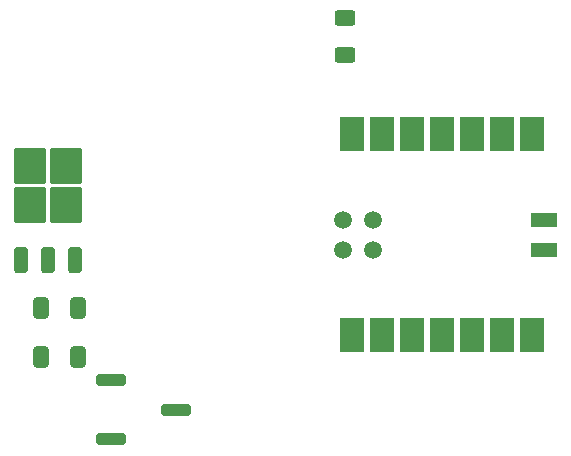
<source format=gtp>
%TF.GenerationSoftware,KiCad,Pcbnew,7.0.1*%
%TF.CreationDate,2023-05-06T14:01:27-04:00*%
%TF.ProjectId,digital_compass,64696769-7461-46c5-9f63-6f6d70617373,rev?*%
%TF.SameCoordinates,Original*%
%TF.FileFunction,Paste,Top*%
%TF.FilePolarity,Positive*%
%FSLAX46Y46*%
G04 Gerber Fmt 4.6, Leading zero omitted, Abs format (unit mm)*
G04 Created by KiCad (PCBNEW 7.0.1) date 2023-05-06 14:01:27*
%MOMM*%
%LPD*%
G01*
G04 APERTURE LIST*
G04 Aperture macros list*
%AMRoundRect*
0 Rectangle with rounded corners*
0 $1 Rounding radius*
0 $2 $3 $4 $5 $6 $7 $8 $9 X,Y pos of 4 corners*
0 Add a 4 corners polygon primitive as box body*
4,1,4,$2,$3,$4,$5,$6,$7,$8,$9,$2,$3,0*
0 Add four circle primitives for the rounded corners*
1,1,$1+$1,$2,$3*
1,1,$1+$1,$4,$5*
1,1,$1+$1,$6,$7*
1,1,$1+$1,$8,$9*
0 Add four rect primitives between the rounded corners*
20,1,$1+$1,$2,$3,$4,$5,0*
20,1,$1+$1,$4,$5,$6,$7,0*
20,1,$1+$1,$6,$7,$8,$9,0*
20,1,$1+$1,$8,$9,$2,$3,0*%
G04 Aperture macros list end*
%ADD10RoundRect,0.250000X0.625000X-0.400000X0.625000X0.400000X-0.625000X0.400000X-0.625000X-0.400000X0*%
%ADD11RoundRect,0.250000X0.350000X-0.850000X0.350000X0.850000X-0.350000X0.850000X-0.350000X-0.850000X0*%
%ADD12RoundRect,0.250000X1.125000X-1.275000X1.125000X1.275000X-1.125000X1.275000X-1.125000X-1.275000X0*%
%ADD13RoundRect,0.250000X-0.412500X-0.650000X0.412500X-0.650000X0.412500X0.650000X-0.412500X0.650000X0*%
%ADD14R,2.300000X1.300000*%
%ADD15C,1.500000*%
%ADD16R,2.000000X3.000000*%
%ADD17RoundRect,0.250000X-1.000000X0.250000X-1.000000X-0.250000X1.000000X-0.250000X1.000000X0.250000X0*%
G04 APERTURE END LIST*
D10*
%TO.C,R1*%
X105300000Y-85250000D03*
X105300000Y-82150000D03*
%TD*%
D11*
%TO.C,U1*%
X77820000Y-102600000D03*
X80100000Y-102600000D03*
D12*
X78575000Y-97975000D03*
X81625000Y-97975000D03*
X78575000Y-94625000D03*
X81625000Y-94625000D03*
D11*
X82380000Y-102600000D03*
%TD*%
D13*
%TO.C,C1*%
X79537500Y-106700000D03*
X82662500Y-106700000D03*
%TD*%
D14*
%TO.C,U2*%
X122100000Y-99200000D03*
X122100000Y-101740000D03*
D15*
X107650000Y-99200000D03*
X107650000Y-101740000D03*
X105110000Y-99200000D03*
X105110000Y-101740000D03*
D16*
X105880000Y-91970000D03*
X108420000Y-91970000D03*
X110960000Y-91970000D03*
X113500000Y-91970000D03*
X116040000Y-91970000D03*
X118580000Y-91970000D03*
X121120000Y-91970000D03*
X121120000Y-108970000D03*
X118580000Y-108970000D03*
X116040000Y-108970000D03*
X113500000Y-108970000D03*
X110960000Y-108970000D03*
X108420000Y-108970000D03*
X105880000Y-108970000D03*
%TD*%
D17*
%TO.C,SW1*%
X85450000Y-112800000D03*
X90950000Y-115300000D03*
X85450000Y-117800000D03*
%TD*%
D13*
%TO.C,C2*%
X79537500Y-110800000D03*
X82662500Y-110800000D03*
%TD*%
M02*

</source>
